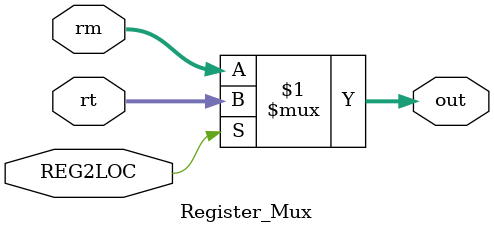
<source format=v>
module Register_Mux(
    input wire REG2LOC, // CONTROL SIGNAL
    input wire [4:0] rm, // 20-16 for R-type
    input wire [4:0] rt, // 4-0 for register to be written by a load
    output wire [4:0] out
);


assign out = REG2LOC ? rt : rm; 

endmodule
</source>
